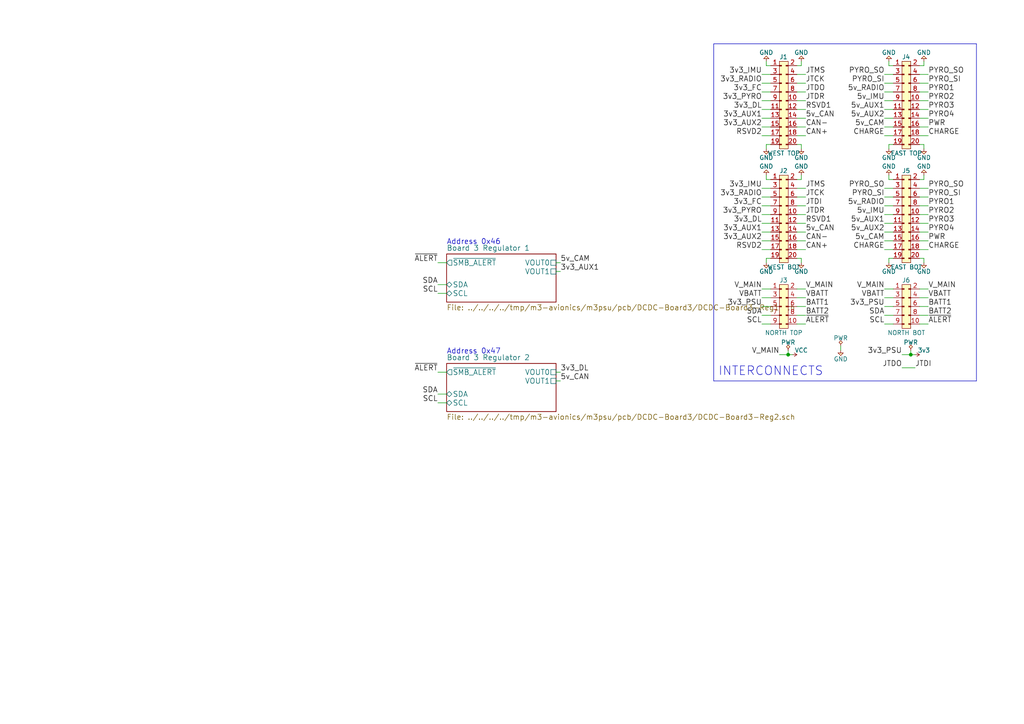
<source format=kicad_sch>
(kicad_sch (version 20230121) (generator eeschema)
  (paper "A4")
  (title_block (title "M3PSU - DC/DC Converter Board 3") (date "2016-06-28") (rev "1") (company "CU Spaceflight") (comment 1 "Drawn by: Levin Tan, Jamie Wood"))
  (lib_symbols
    (symbol "DCDC-Board3-rescue:3v3" (power) (pin_numbers hide) (pin_names (offset 1.016) hide)
      (property "Value" "3v3" (at 0 2.286 0))
      (symbol "3v3_0_1"
        (polyline (pts (xy 0 1.27) (xy 0.508 0.508)))
        (polyline (pts (xy 0 0) (xy 0 1.27) (xy -0.508 0.508)))
      )
      (symbol "3v3_1_1"
        (pin power_in line (at 0 0 180) (length 0) hide (name "3v3") (number "1"))
      )
    )
    (symbol "DCDC-Board3-rescue:CONN_02x05" (pin_names (offset 0.0254) hide)
      (property "Reference" "J" (at -2.54 2.54 0))
      (property "Value" "CONN_02x05" (at -2.54 -12.7 0))
      (symbol "CONN_02x05_0_1"
        (rectangle (start -2.54 -10.033) (end -1.905 -10.287) (fill (type outline)))
        (rectangle (start -2.54 -7.493) (end -1.905 -7.747) (fill (type outline)))
        (rectangle (start -2.54 -4.953) (end -1.905 -5.207) (fill (type outline)))
        (rectangle (start -2.54 -2.413) (end -1.905 -2.667) (fill (type outline)))
        (rectangle (start -2.54 0.127) (end -1.905 -0.127) (fill (type outline)))
        (rectangle (start 0 -10.033) (end -0.635 -10.287) (fill (type outline)))
        (rectangle (start 0 -7.493) (end -0.635 -7.747) (fill (type outline)))
        (rectangle (start 0 -4.953) (end -0.635 -5.207) (fill (type outline)))
        (rectangle (start 0 -2.413) (end -0.635 -2.667) (fill (type outline)))
        (rectangle (start 0 0.127) (end -0.635 -0.127) (fill (type outline)))
        (rectangle (start 0 1.27) (end -2.54 -11.43) (fill (type background)))
      )
      (symbol "CONN_02x05_1_1"
        (pin passive line (at -5.08 0 0) (length 2.54) (name "1") (number "1"))
        (pin passive line (at 2.54 -10.16 180) (length 2.54) (name "10") (number "10"))
        (pin passive line (at 2.54 0 180) (length 2.54) (name "2") (number "2"))
        (pin passive line (at -5.08 -2.54 0) (length 2.54) (name "3") (number "3"))
        (pin passive line (at 2.54 -2.54 180) (length 2.54) (name "4") (number "4"))
        (pin passive line (at -5.08 -5.08 0) (length 2.54) (name "5") (number "5"))
        (pin passive line (at 2.54 -5.08 180) (length 2.54) (name "6") (number "6"))
        (pin passive line (at -5.08 -7.62 0) (length 2.54) (name "7") (number "7"))
        (pin passive line (at 2.54 -7.62 180) (length 2.54) (name "8") (number "8"))
        (pin passive line (at -5.08 -10.16 0) (length 2.54) (name "9") (number "9"))
      )
    )
    (symbol "DCDC-Board3-rescue:CONN_02x10" (pin_names (offset 0.0254) hide)
      (property "Reference" "J" (at -2.54 2.54 0))
      (property "Value" "CONN_02x10" (at -2.54 -25.4 0))
      (symbol "CONN_02x10_0_1"
        (rectangle (start -2.54 -22.733) (end -1.905 -22.987) (fill (type outline)))
        (rectangle (start -2.54 -20.193) (end -1.905 -20.447) (fill (type outline)))
        (rectangle (start -2.54 -17.653) (end -1.905 -17.907) (fill (type outline)))
        (rectangle (start -2.54 -15.113) (end -1.905 -15.367) (fill (type outline)))
        (rectangle (start -2.54 -12.573) (end -1.905 -12.827) (fill (type outline)))
        (rectangle (start -2.54 -10.033) (end -1.905 -10.287) (fill (type outline)))
        (rectangle (start -2.54 -7.493) (end -1.905 -7.747) (fill (type outline)))
        (rectangle (start -2.54 -4.953) (end -1.905 -5.207) (fill (type outline)))
        (rectangle (start -2.54 -2.413) (end -1.905 -2.667) (fill (type outline)))
        (rectangle (start -2.54 0.127) (end -1.905 -0.127) (fill (type outline)))
        (rectangle (start 0 -22.733) (end -0.635 -22.987) (fill (type outline)))
        (rectangle (start 0 -20.193) (end -0.635 -20.447) (fill (type outline)))
        (rectangle (start 0 -17.653) (end -0.635 -17.907) (fill (type outline)))
        (rectangle (start 0 -15.113) (end -0.635 -15.367) (fill (type outline)))
        (rectangle (start 0 -12.573) (end -0.635 -12.827) (fill (type outline)))
        (rectangle (start 0 -10.033) (end -0.635 -10.287) (fill (type outline)))
        (rectangle (start 0 -7.493) (end -0.635 -7.747) (fill (type outline)))
        (rectangle (start 0 -4.953) (end -0.635 -5.207) (fill (type outline)))
        (rectangle (start 0 -2.413) (end -0.635 -2.667) (fill (type outline)))
        (rectangle (start 0 0.127) (end -0.635 -0.127) (fill (type outline)))
        (rectangle (start 0 1.27) (end -2.54 -24.13) (fill (type background)))
      )
      (symbol "CONN_02x10_1_1"
        (pin passive line (at -5.08 0 0) (length 2.54) (name "1") (number "1"))
        (pin passive line (at 2.54 -10.16 180) (length 2.54) (name "10") (number "10"))
        (pin passive line (at -5.08 -12.7 0) (length 2.54) (name "11") (number "11"))
        (pin passive line (at 2.54 -12.7 180) (length 2.54) (name "12") (number "12"))
        (pin passive line (at -5.08 -15.24 0) (length 2.54) (name "13") (number "13"))
        (pin passive line (at 2.54 -15.24 180) (length 2.54) (name "14") (number "14"))
        (pin passive line (at -5.08 -17.78 0) (length 2.54) (name "15") (number "15"))
        (pin passive line (at 2.54 -17.78 180) (length 2.54) (name "16") (number "16"))
        (pin passive line (at -5.08 -20.32 0) (length 2.54) (name "17") (number "17"))
        (pin passive line (at 2.54 -20.32 180) (length 2.54) (name "18") (number "18"))
        (pin passive line (at -5.08 -22.86 0) (length 2.54) (name "19") (number "19"))
        (pin passive line (at 2.54 0 180) (length 2.54) (name "2") (number "2"))
        (pin passive line (at 2.54 -22.86 180) (length 2.54) (name "20") (number "20"))
        (pin passive line (at -5.08 -2.54 0) (length 2.54) (name "3") (number "3"))
        (pin passive line (at 2.54 -2.54 180) (length 2.54) (name "4") (number "4"))
        (pin passive line (at -5.08 -5.08 0) (length 2.54) (name "5") (number "5"))
        (pin passive line (at 2.54 -5.08 180) (length 2.54) (name "6") (number "6"))
        (pin passive line (at -5.08 -7.62 0) (length 2.54) (name "7") (number "7"))
        (pin passive line (at 2.54 -7.62 180) (length 2.54) (name "8") (number "8"))
        (pin passive line (at -5.08 -10.16 0) (length 2.54) (name "9") (number "9"))
      )
    )
    (symbol "DCDC-Board3-rescue:GND" (power) (pin_numbers hide) (pin_names (offset 1.016) hide)
      (property "Value" "GND" (at 0 -2.54 0))
      (symbol "GND_0_1"
        (polyline (pts (xy 0 0) (xy 0 -0.762)))
        (polyline (pts (xy -0.762 -0.762) (xy 0.762 -0.762) (xy 0 -1.524) (xy -0.762 -0.762)) (fill (type background)))
      )
      (symbol "GND_1_1"
        (pin power_in line (at 0 0 180) (length 0) hide (name "GND") (number "1"))
      )
    )
    (symbol "DCDC-Board3-rescue:PWR" (power) (pin_numbers hide) (pin_names (offset 1.016) hide)
      (property "Value" "PWR" (at 0 2.286 0))
      (symbol "PWR_0_1"
        (polyline (pts (xy 0 0.508) (xy -0.508 1.016) (xy 0 1.524) (xy 0.508 1.016) (xy 0 0.508)) (fill (type background)))
      )
      (symbol "PWR_1_1"
        (pin power_out line (at 0 0 90) (length 0.508) (name "pwr") (number "1"))
      )
    )
    (symbol "DCDC-Board3-rescue:VCC" (power) (pin_numbers hide) (pin_names (offset 1.016) hide)
      (property "Value" "VCC" (at 0 2.286 0))
      (symbol "VCC_0_1"
        (polyline (pts (xy 0 1.27) (xy 0.508 0.508)))
        (polyline (pts (xy 0 0) (xy 0 1.27) (xy -0.508 0.508)))
      )
      (symbol "VCC_1_1"
        (pin power_in line (at 0 0 180) (length 0) hide (name "VCC") (number "1"))
      )
    )
  )
  (junction (at 228.6 102.87))
  (junction (at 264.16 102.87))
  (wire (pts (xy 259.08 86.36) (xy 256.54 86.36)))
  (wire (pts (xy 222.25 17.78) (xy 222.25 19.05)))
  (wire (pts (xy 228.6 101.6) (xy 228.6 102.87)))
  (wire (pts (xy 259.08 52.07) (xy 257.81 52.07)))
  (wire (pts (xy 257.81 52.07) (xy 257.81 50.8)))
  (wire (pts (xy 231.14 93.98) (xy 233.68 93.98)))
  (wire (pts (xy 259.08 69.85) (xy 256.54 69.85)))
  (wire (pts (xy 256.54 57.15) (xy 259.08 57.15)))
  (polyline (pts (xy 207.01 12.7) (xy 207.01 110.49)))
  (wire (pts (xy 256.54 72.39) (xy 259.08 72.39)))
  (wire (pts (xy 264.16 101.6) (xy 264.16 102.87)))
  (wire (pts (xy 269.24 24.13) (xy 266.7 24.13)))
  (wire (pts (xy 266.7 93.98) (xy 269.24 93.98)))
  (wire (pts (xy 223.52 86.36) (xy 220.98 86.36)))
  (wire (pts (xy 267.97 74.93) (xy 267.97 76.2)))
  (wire (pts (xy 231.14 62.23) (xy 233.68 62.23)))
  (wire (pts (xy 256.54 24.13) (xy 259.08 24.13)))
  (wire (pts (xy 129.54 116.84) (xy 127 116.84)))
  (wire (pts (xy 223.52 34.29) (xy 220.98 34.29)))
  (wire (pts (xy 127 114.3) (xy 129.54 114.3)))
  (wire (pts (xy 228.6 102.87) (xy 229.87 102.87)))
  (wire (pts (xy 231.14 31.75) (xy 233.68 31.75)))
  (wire (pts (xy 223.52 74.93) (xy 222.25 74.93)))
  (wire (pts (xy 161.29 76.2) (xy 162.56 76.2)))
  (wire (pts (xy 222.25 50.8) (xy 222.25 52.07)))
  (wire (pts (xy 259.08 41.91) (xy 257.81 41.91)))
  (wire (pts (xy 266.7 74.93) (xy 267.97 74.93)))
  (wire (pts (xy 223.52 83.82) (xy 220.98 83.82)))
  (wire (pts (xy 223.52 39.37) (xy 220.98 39.37)))
  (wire (pts (xy 259.08 93.98) (xy 256.54 93.98)))
  (wire (pts (xy 231.14 34.29) (xy 233.68 34.29)))
  (wire (pts (xy 129.54 76.2) (xy 127 76.2)))
  (wire (pts (xy 220.98 36.83) (xy 223.52 36.83)))
  (wire (pts (xy 223.52 64.77) (xy 220.98 64.77)))
  (wire (pts (xy 266.7 26.67) (xy 269.24 26.67)))
  (wire (pts (xy 223.52 72.39) (xy 220.98 72.39)))
  (wire (pts (xy 259.08 59.69) (xy 256.54 59.69)))
  (wire (pts (xy 223.52 57.15) (xy 220.98 57.15)))
  (wire (pts (xy 256.54 29.21) (xy 259.08 29.21)))
  (wire (pts (xy 127 82.55) (xy 129.54 82.55)))
  (wire (pts (xy 267.97 19.05) (xy 267.97 17.78)))
  (polyline (pts (xy 283.21 12.7) (xy 207.01 12.7)))
  (wire (pts (xy 266.7 83.82) (xy 269.24 83.82)))
  (wire (pts (xy 223.52 62.23) (xy 220.98 62.23)))
  (wire (pts (xy 231.14 83.82) (xy 233.68 83.82)))
  (wire (pts (xy 269.24 62.23) (xy 266.7 62.23)))
  (wire (pts (xy 226.06 102.87) (xy 228.6 102.87)))
  (wire (pts (xy 266.7 52.07) (xy 267.97 52.07)))
  (wire (pts (xy 259.08 88.9) (xy 256.54 88.9)))
  (wire (pts (xy 129.54 85.09) (xy 127 85.09)))
  (wire (pts (xy 267.97 41.91) (xy 267.97 43.18)))
  (wire (pts (xy 223.52 67.31) (xy 220.98 67.31)))
  (wire (pts (xy 222.25 74.93) (xy 222.25 76.2)))
  (wire (pts (xy 266.7 91.44) (xy 269.24 91.44)))
  (wire (pts (xy 259.08 91.44) (xy 256.54 91.44)))
  (wire (pts (xy 256.54 62.23) (xy 259.08 62.23)))
  (wire (pts (xy 222.25 41.91) (xy 222.25 43.18)))
  (wire (pts (xy 220.98 69.85) (xy 223.52 69.85)))
  (wire (pts (xy 223.52 21.59) (xy 220.98 21.59)))
  (wire (pts (xy 266.7 41.91) (xy 267.97 41.91)))
  (wire (pts (xy 223.52 88.9) (xy 220.98 88.9)))
  (wire (pts (xy 259.08 83.82) (xy 256.54 83.82)))
  (wire (pts (xy 231.14 52.07) (xy 232.41 52.07)))
  (wire (pts (xy 243.84 100.33) (xy 243.84 101.6)))
  (wire (pts (xy 223.52 93.98) (xy 220.98 93.98)))
  (wire (pts (xy 256.54 67.31) (xy 259.08 67.31)))
  (wire (pts (xy 223.52 24.13) (xy 220.98 24.13)))
  (wire (pts (xy 161.29 110.49) (xy 162.56 110.49)))
  (wire (pts (xy 231.14 72.39) (xy 233.68 72.39)))
  (wire (pts (xy 223.52 26.67) (xy 220.98 26.67)))
  (wire (pts (xy 232.41 74.93) (xy 232.41 76.2)))
  (wire (pts (xy 269.24 36.83) (xy 266.7 36.83)))
  (wire (pts (xy 231.14 67.31) (xy 233.68 67.31)))
  (wire (pts (xy 231.14 24.13) (xy 233.68 24.13)))
  (wire (pts (xy 231.14 29.21) (xy 233.68 29.21)))
  (wire (pts (xy 231.14 64.77) (xy 233.68 64.77)))
  (wire (pts (xy 231.14 59.69) (xy 233.68 59.69)))
  (wire (pts (xy 266.7 86.36) (xy 269.24 86.36)))
  (wire (pts (xy 161.29 78.74) (xy 162.56 78.74)))
  (wire (pts (xy 269.24 57.15) (xy 266.7 57.15)))
  (wire (pts (xy 231.14 57.15) (xy 233.68 57.15)))
  (wire (pts (xy 261.62 102.87) (xy 264.16 102.87)))
  (wire (pts (xy 223.52 29.21) (xy 220.98 29.21)))
  (wire (pts (xy 223.52 59.69) (xy 220.98 59.69)))
  (wire (pts (xy 231.14 26.67) (xy 233.68 26.67)))
  (wire (pts (xy 223.52 91.44) (xy 220.98 91.44)))
  (wire (pts (xy 231.14 74.93) (xy 232.41 74.93)))
  (wire (pts (xy 259.08 21.59) (xy 256.54 21.59)))
  (wire (pts (xy 223.52 31.75) (xy 220.98 31.75)))
  (wire (pts (xy 259.08 31.75) (xy 256.54 31.75)))
  (wire (pts (xy 256.54 34.29) (xy 259.08 34.29)))
  (polyline (pts (xy 207.01 110.49) (xy 283.21 110.49)))
  (wire (pts (xy 266.7 34.29) (xy 269.24 34.29)))
  (wire (pts (xy 266.7 67.31) (xy 269.24 67.31)))
  (polyline (pts (xy 283.21 110.49) (xy 283.21 12.7)))
  (wire (pts (xy 231.14 19.05) (xy 232.41 19.05)))
  (wire (pts (xy 259.08 36.83) (xy 256.54 36.83)))
  (wire (pts (xy 267.97 52.07) (xy 267.97 50.8)))
  (wire (pts (xy 259.08 64.77) (xy 256.54 64.77)))
  (wire (pts (xy 161.29 107.95) (xy 162.56 107.95)))
  (wire (pts (xy 231.14 39.37) (xy 233.68 39.37)))
  (wire (pts (xy 259.08 74.93) (xy 257.81 74.93)))
  (wire (pts (xy 266.7 39.37) (xy 269.24 39.37)))
  (wire (pts (xy 231.14 86.36) (xy 233.68 86.36)))
  (wire (pts (xy 231.14 36.83) (xy 233.68 36.83)))
  (wire (pts (xy 257.81 74.93) (xy 257.81 76.2)))
  (wire (pts (xy 266.7 64.77) (xy 269.24 64.77)))
  (wire (pts (xy 266.7 54.61) (xy 269.24 54.61)))
  (wire (pts (xy 231.14 41.91) (xy 232.41 41.91)))
  (wire (pts (xy 257.81 41.91) (xy 257.81 43.18)))
  (wire (pts (xy 231.14 21.59) (xy 233.68 21.59)))
  (wire (pts (xy 266.7 31.75) (xy 269.24 31.75)))
  (wire (pts (xy 259.08 54.61) (xy 256.54 54.61)))
  (wire (pts (xy 129.54 107.95) (xy 127 107.95)))
  (wire (pts (xy 231.14 91.44) (xy 233.68 91.44)))
  (wire (pts (xy 266.7 88.9) (xy 269.24 88.9)))
  (wire (pts (xy 266.7 19.05) (xy 267.97 19.05)))
  (wire (pts (xy 232.41 19.05) (xy 232.41 17.78)))
  (wire (pts (xy 266.7 59.69) (xy 269.24 59.69)))
  (wire (pts (xy 232.41 52.07) (xy 232.41 50.8)))
  (wire (pts (xy 232.41 41.91) (xy 232.41 43.18)))
  (wire (pts (xy 269.24 69.85) (xy 266.7 69.85)))
  (wire (pts (xy 269.24 29.21) (xy 266.7 29.21)))
  (wire (pts (xy 266.7 21.59) (xy 269.24 21.59)))
  (wire (pts (xy 256.54 39.37) (xy 259.08 39.37)))
  (wire (pts (xy 257.81 19.05) (xy 257.81 17.78)))
  (wire (pts (xy 266.7 72.39) (xy 269.24 72.39)))
  (wire (pts (xy 223.52 54.61) (xy 220.98 54.61)))
  (wire (pts (xy 222.25 52.07) (xy 223.52 52.07)))
  (wire (pts (xy 261.62 106.68) (xy 265.43 106.68)))
  (wire (pts (xy 222.25 19.05) (xy 223.52 19.05)))
  (wire (pts (xy 264.16 102.87) (xy 265.43 102.87)))
  (wire (pts (xy 231.14 88.9) (xy 233.68 88.9)))
  (wire (pts (xy 231.14 54.61) (xy 233.68 54.61)))
  (wire (pts (xy 231.14 69.85) (xy 233.68 69.85)))
  (wire (pts (xy 223.52 41.91) (xy 222.25 41.91)))
  (wire (pts (xy 259.08 26.67) (xy 256.54 26.67)))
  (wire (pts (xy 259.08 19.05) (xy 257.81 19.05)))
  (text "Address 0x46" (at 129.54 71.12 0) (effects (font (size 1.524 1.524)) (justify left bottom)))
  (text "Address 0x47" (at 129.54 102.87 0) (effects (font (size 1.524 1.524)) (justify left bottom)))
  (text "INTERCONNECTS" (at 208.28 109.22 0) (effects (font (size 2.54 2.54)) (justify left bottom)))
  (label "~{ALERT}" (at 269.24 93.98 0) (effects (font (size 1.524 1.524))))
  (label "~{ALERT}" (at 127 76.2 180) (effects (font (size 1.524 1.524))))
  (label "5v_AUX1" (at 256.54 31.75 180) (effects (font (size 1.524 1.524))))
  (label "5v_AUX1" (at 256.54 64.77 180) (effects (font (size 1.524 1.524))))
  (label "SDA" (at 127 82.55 180) (effects (font (size 1.524 1.524))))
  (label "CAN-" (at 233.68 69.85 0) (effects (font (size 1.524 1.524))))
  (label "PYRO_SI" (at 269.24 24.13 0) (effects (font (size 1.524 1.524))))
  (label "3v3_PYRO" (at 220.98 62.23 180) (effects (font (size 1.524 1.524))))
  (label "3v3_DL" (at 220.98 64.77 180) (effects (font (size 1.524 1.524))))
  (label "5v_CAN" (at 162.56 110.49 0) (effects (font (size 1.524 1.524))))
  (label "V_MAIN" (at 226.06 102.87 180) (effects (font (size 1.524 1.524))))
  (label "5v_RADIO" (at 256.54 59.69 180) (effects (font (size 1.524 1.524))))
  (label "3v3_RADIO" (at 220.98 57.15 180) (effects (font (size 1.524 1.524))))
  (label "PYRO1" (at 269.24 59.69 0) (effects (font (size 1.524 1.524))))
  (label "VBATT" (at 256.54 86.36 180) (effects (font (size 1.524 1.524))))
  (label "BATT2" (at 233.68 91.44 0) (effects (font (size 1.524 1.524))))
  (label "PYRO_SI" (at 256.54 24.13 180) (effects (font (size 1.524 1.524))))
  (label "CAN+" (at 233.68 72.39 0) (effects (font (size 1.524 1.524))))
  (label "PYRO_SO" (at 256.54 54.61 180) (effects (font (size 1.524 1.524))))
  (label "3v3_DL" (at 220.98 31.75 180) (effects (font (size 1.524 1.524))))
  (label "V_MAIN" (at 233.68 83.82 0) (effects (font (size 1.524 1.524))))
  (label "PYRO2" (at 269.24 29.21 0) (effects (font (size 1.524 1.524))))
  (label "RSVD2" (at 220.98 39.37 180) (effects (font (size 1.524 1.524))))
  (label "PYRO2" (at 269.24 62.23 0) (effects (font (size 1.524 1.524))))
  (label "JTMS" (at 233.68 54.61 0) (effects (font (size 1.524 1.524))))
  (label "SDA" (at 220.98 91.44 180) (effects (font (size 1.524 1.524))))
  (label "5v_CAM" (at 162.56 76.2 0) (effects (font (size 1.524 1.524))))
  (label "PYRO4" (at 269.24 67.31 0) (effects (font (size 1.524 1.524))))
  (label "3v3_AUX2" (at 220.98 36.83 180) (effects (font (size 1.524 1.524))))
  (label "PYRO1" (at 269.24 26.67 0) (effects (font (size 1.524 1.524))))
  (label "SDA" (at 256.54 91.44 180) (effects (font (size 1.524 1.524))))
  (label "JTDI" (at 233.68 59.69 0) (effects (font (size 1.524 1.524))))
  (label "PYRO_SI" (at 269.24 57.15 0) (effects (font (size 1.524 1.524))))
  (label "5v_CAM" (at 256.54 69.85 180) (effects (font (size 1.524 1.524))))
  (label "3v3_AUX1" (at 220.98 67.31 180) (effects (font (size 1.524 1.524))))
  (label "~{ALERT}" (at 127 107.95 180) (effects (font (size 1.524 1.524))))
  (label "5v_IMU" (at 256.54 62.23 180) (effects (font (size 1.524 1.524))))
  (label "5v_CAN" (at 233.68 67.31 0) (effects (font (size 1.524 1.524))))
  (label "SCL" (at 127 85.09 180) (effects (font (size 1.524 1.524))))
  (label "JTDR" (at 233.68 29.21 0) (effects (font (size 1.524 1.524))))
  (label "3v3_AUX1" (at 220.98 34.29 180) (effects (font (size 1.524 1.524))))
  (label "JTDR" (at 233.68 62.23 0) (effects (font (size 1.524 1.524))))
  (label "SDA" (at 127 114.3 180) (effects (font (size 1.524 1.524))))
  (label "3v3_DL" (at 162.56 107.95 0) (effects (font (size 1.524 1.524))))
  (label "V_MAIN" (at 256.54 83.82 180) (effects (font (size 1.524 1.524))))
  (label "3v3_AUX1" (at 162.56 78.74 0) (effects (font (size 1.524 1.524))))
  (label "VBATT" (at 233.68 86.36 0) (effects (font (size 1.524 1.524))))
  (label "JTDO" (at 233.68 26.67 0) (effects (font (size 1.524 1.524))))
  (label "JTMS" (at 233.68 21.59 0) (effects (font (size 1.524 1.524))))
  (label "CHARGE" (at 256.54 72.39 180) (effects (font (size 1.524 1.524))))
  (label "PWR" (at 269.24 69.85 0) (effects (font (size 1.524 1.524))))
  (label "PYRO_SO" (at 269.24 54.61 0) (effects (font (size 1.524 1.524))))
  (label "5v_AUX2" (at 256.54 34.29 180) (effects (font (size 1.524 1.524))))
  (label "3v3_AUX2" (at 220.98 69.85 180) (effects (font (size 1.524 1.524))))
  (label "5v_CAN" (at 233.68 34.29 0) (effects (font (size 1.524 1.524))))
  (label "CAN+" (at 233.68 39.37 0) (effects (font (size 1.524 1.524))))
  (label "BATT1" (at 269.24 88.9 0) (effects (font (size 1.524 1.524))))
  (label "JTDO" (at 261.62 106.68 180) (effects (font (size 1.524 1.524))))
  (label "3v3_IMU" (at 220.98 21.59 180) (effects (font (size 1.524 1.524))))
  (label "CHARGE" (at 269.24 39.37 0) (effects (font (size 1.524 1.524))))
  (label "SCL" (at 127 116.84 180) (effects (font (size 1.524 1.524))))
  (label "JTCK" (at 233.68 24.13 0) (effects (font (size 1.524 1.524))))
  (label "3v3_IMU" (at 220.98 54.61 180) (effects (font (size 1.524 1.524))))
  (label "PYRO4" (at 269.24 34.29 0) (effects (font (size 1.524 1.524))))
  (label "3v3_PSU" (at 220.98 88.9 180) (effects (font (size 1.524 1.524))))
  (label "BATT2" (at 269.24 91.44 0) (effects (font (size 1.524 1.524))))
  (label "3v3_RADIO" (at 220.98 24.13 180) (effects (font (size 1.524 1.524))))
  (label "RSVD1" (at 233.68 31.75 0) (effects (font (size 1.524 1.524))))
  (label "RSVD1" (at 233.68 64.77 0) (effects (font (size 1.524 1.524))))
  (label "SCL" (at 256.54 93.98 180) (effects (font (size 1.524 1.524))))
  (label "JTDI" (at 265.43 106.68 0) (effects (font (size 1.524 1.524))))
  (label "3v3_PSU" (at 261.62 102.87 180) (effects (font (size 1.524 1.524))))
  (label "CHARGE" (at 256.54 39.37 180) (effects (font (size 1.524 1.524))))
  (label "PYRO3" (at 269.24 64.77 0) (effects (font (size 1.524 1.524))))
  (label "VBATT" (at 220.98 86.36 180) (effects (font (size 1.524 1.524))))
  (label "5v_AUX2" (at 256.54 67.31 180) (effects (font (size 1.524 1.524))))
  (label "PYRO3" (at 269.24 31.75 0) (effects (font (size 1.524 1.524))))
  (label "PYRO_SO" (at 269.24 21.59 0) (effects (font (size 1.524 1.524))))
  (label "VBATT" (at 269.24 86.36 0) (effects (font (size 1.524 1.524))))
  (label "~{ALERT}" (at 233.68 93.98 0) (effects (font (size 1.524 1.524))))
  (label "3v3_PYRO" (at 220.98 29.21 180) (effects (font (size 1.524 1.524))))
  (label "5v_IMU" (at 256.54 29.21 180) (effects (font (size 1.524 1.524))))
  (label "RSVD2" (at 220.98 72.39 180) (effects (font (size 1.524 1.524))))
  (label "5v_CAM" (at 256.54 36.83 180) (effects (font (size 1.524 1.524))))
  (label "V_MAIN" (at 220.98 83.82 180) (effects (font (size 1.524 1.524))))
  (label "3v3_FC" (at 220.98 59.69 180) (effects (font (size 1.524 1.524))))
  (label "PYRO_SO" (at 256.54 21.59 180) (effects (font (size 1.524 1.524))))
  (label "CHARGE" (at 269.24 72.39 0) (effects (font (size 1.524 1.524))))
  (label "BATT1" (at 233.68 88.9 0) (effects (font (size 1.524 1.524))))
  (label "3v3_FC" (at 220.98 26.67 180) (effects (font (size 1.524 1.524))))
  (label "PYRO_SI" (at 256.54 57.15 180) (effects (font (size 1.524 1.524))))
  (label "5v_RADIO" (at 256.54 26.67 180) (effects (font (size 1.524 1.524))))
  (label "V_MAIN" (at 269.24 83.82 0) (effects (font (size 1.524 1.524))))
  (label "JTCK" (at 233.68 57.15 0) (effects (font (size 1.524 1.524))))
  (label "SCL" (at 220.98 93.98 180) (effects (font (size 1.524 1.524))))
  (label "CAN-" (at 233.68 36.83 0) (effects (font (size 1.524 1.524))))
  (label "3v3_PSU" (at 256.54 88.9 180) (effects (font (size 1.524 1.524))))
  (label "PWR" (at 269.24 36.83 0) (effects (font (size 1.524 1.524))))
  (symbol (lib_id "DCDC-Board3-rescue:GND") (at 232.41 43.18 0) (unit 1)
    (property "Reference" "#PWR01" (effects hide))
    (property "Value" "GND" (at 232.41 45.72 0))
  )
  (symbol (lib_id "DCDC-Board3-rescue:GND") (at 222.25 43.18 0) (unit 1)
    (property "Reference" "#PWR02" (effects hide))
    (property "Value" "GND" (at 222.25 45.72 0))
  )
  (symbol (lib_id "DCDC-Board3-rescue:GND") (at 222.25 17.78 180) (unit 1)
    (property "Reference" "#PWR03" (effects hide))
    (property "Value" "GND" (at 222.25 15.24 0))
  )
  (symbol (lib_id "DCDC-Board3-rescue:GND") (at 232.41 17.78 180) (unit 1)
    (property "Reference" "#PWR04" (effects hide))
    (property "Value" "GND" (at 232.41 15.24 0))
  )
  (symbol (lib_id "DCDC-Board3-rescue:GND") (at 257.81 43.18 0) (unit 1)
    (property "Reference" "#PWR05" (effects hide))
    (property "Value" "GND" (at 257.81 45.72 0))
  )
  (symbol (lib_id "DCDC-Board3-rescue:GND") (at 267.97 43.18 0) (unit 1)
    (property "Reference" "#PWR06" (effects hide))
    (property "Value" "GND" (at 267.97 45.72 0))
  )
  (symbol (lib_id "DCDC-Board3-rescue:GND") (at 257.81 17.78 180) (unit 1)
    (property "Reference" "#PWR07" (effects hide))
    (property "Value" "GND" (at 257.81 15.24 0))
  )
  (symbol (lib_id "DCDC-Board3-rescue:GND") (at 267.97 17.78 180) (unit 1)
    (property "Reference" "#PWR08" (effects hide))
    (property "Value" "GND" (at 267.97 15.24 0))
  )
  (symbol (lib_id "DCDC-Board3-rescue:GND") (at 232.41 76.2 0) (unit 1)
    (property "Reference" "#PWR09" (effects hide))
    (property "Value" "GND" (at 232.41 78.74 0))
  )
  (symbol (lib_id "DCDC-Board3-rescue:GND") (at 222.25 76.2 0) (unit 1)
    (property "Reference" "#PWR010" (effects hide))
    (property "Value" "GND" (at 222.25 78.74 0))
  )
  (symbol (lib_id "DCDC-Board3-rescue:GND") (at 222.25 50.8 180) (unit 1)
    (property "Reference" "#PWR011" (effects hide))
    (property "Value" "GND" (at 222.25 48.26 0))
  )
  (symbol (lib_id "DCDC-Board3-rescue:GND") (at 232.41 50.8 180) (unit 1)
    (property "Reference" "#PWR012" (effects hide))
    (property "Value" "GND" (at 232.41 48.26 0))
  )
  (symbol (lib_id "DCDC-Board3-rescue:GND") (at 257.81 76.2 0) (unit 1)
    (property "Reference" "#PWR013" (effects hide))
    (property "Value" "GND" (at 257.81 78.74 0))
  )
  (symbol (lib_id "DCDC-Board3-rescue:GND") (at 267.97 76.2 0) (unit 1)
    (property "Reference" "#PWR014" (effects hide))
    (property "Value" "GND" (at 267.97 78.74 0))
  )
  (symbol (lib_id "DCDC-Board3-rescue:GND") (at 257.81 50.8 180) (unit 1)
    (property "Reference" "#PWR015" (effects hide))
    (property "Value" "GND" (at 257.81 48.26 0))
  )
  (symbol (lib_id "DCDC-Board3-rescue:GND") (at 267.97 50.8 180) (unit 1)
    (property "Reference" "#PWR016" (effects hide))
    (property "Value" "GND" (at 267.97 48.26 0))
  )
  (symbol (lib_id "DCDC-Board3-rescue:GND") (at 243.84 101.6 0) (unit 1)
    (property "Reference" "#PWR017" (effects hide))
    (property "Value" "GND" (at 243.84 104.14 0))
  )
  (symbol (lib_id "DCDC-Board3-rescue:PWR") (at 243.84 100.33 0) (unit 1)
    (property "Reference" "#FLG018" (effects hide))
    (property "Value" "PWR" (at 243.84 98.044 0))
  )
  (symbol (lib_id "DCDC-Board3-rescue:CONN_02x10") (at 228.6 19.05 0) (unit 1)
    (property "Reference" "J1" (at 226.06 16.51 0) (effects (justify left)))
    (property "Value" "WEST TOP" (at 227.33 44.45 0))
    (property "Footprint" "agg:TFML-110-02-L-D" (effects hide))
    (property "Samtec" "TFML-110-02-L-D" (effects hide))
  )
  (symbol (lib_id "DCDC-Board3-rescue:CONN_02x10") (at 264.16 19.05 0) (unit 1)
    (property "Reference" "J4" (at 261.62 16.51 0) (effects (justify left)))
    (property "Value" "EAST TOP" (at 262.89 44.45 0))
    (property "Footprint" "agg:TFML-110-02-L-D" (effects hide))
    (property "Samtec" "TFML-110-02-L-D" (effects hide))
  )
  (symbol (lib_id "DCDC-Board3-rescue:CONN_02x10") (at 228.6 52.07 0) (unit 1)
    (property "Reference" "J2" (at 226.06 49.53 0) (effects (justify left)))
    (property "Value" "WEST BOT" (at 227.33 77.47 0))
    (property "Footprint" "agg:SFML-110-02-L-D-LC" (effects hide))
    (property "Samtec" "SFML-110-02-L-D-LC" (effects hide))
  )
  (symbol (lib_id "DCDC-Board3-rescue:CONN_02x10") (at 264.16 52.07 0) (unit 1)
    (property "Reference" "J5" (at 261.62 49.53 0) (effects (justify left)))
    (property "Value" "EAST BOT" (at 262.89 77.47 0))
    (property "Footprint" "agg:SFML-110-02-L-D-LC" (effects hide))
    (property "Samtec" "SFML-110-02-L-D-LC" (effects hide))
  )
  (symbol (lib_id "DCDC-Board3-rescue:CONN_02x05") (at 228.6 83.82 0) (unit 1)
    (property "Reference" "J3" (at 226.06 81.28 0) (effects (justify left)))
    (property "Value" "NORTH TOP" (at 227.33 96.52 0))
    (property "Footprint" "agg:TFML-105-02-L-D" (effects hide))
  )
  (symbol (lib_id "DCDC-Board3-rescue:CONN_02x05") (at 264.16 83.82 0) (unit 1)
    (property "Reference" "J6" (at 261.62 81.28 0) (effects (justify left)))
    (property "Value" "NORTH BOT" (at 262.89 96.52 0))
    (property "Footprint" "agg:SFML-105-02-L-D-LC" (effects hide))
  )
  (symbol (lib_id "DCDC-Board3-rescue:VCC") (at 229.87 102.87 270) (unit 1)
    (property "Reference" "#PWR019" (effects hide))
    (property "Value" "VCC" (at 232.41 101.6 90))
  )
  (symbol (lib_id "DCDC-Board3-rescue:3v3") (at 265.43 102.87 270) (unit 1)
    (property "Reference" "#PWR020" (effects hide))
    (property "Value" "3v3" (at 267.97 101.6 90))
  )
  (symbol (lib_id "DCDC-Board3-rescue:PWR") (at 228.6 101.6 0) (unit 1)
    (property "Reference" "#FLG021" (effects hide))
    (property "Value" "PWR" (at 228.6 99.314 0))
  )
  (symbol (lib_id "DCDC-Board3-rescue:PWR") (at 264.16 101.6 0) (unit 1)
    (property "Reference" "#FLG022" (effects hide))
    (property "Value" "PWR" (at 264.16 99.314 0))
  )
  (sheet (at 129.54 73.66) (size 31.75 13.97)
    (property "Sheetname" "Board 3 Regulator 1" (at 129.54 72.8214 0) (effects (font (size 1.524 1.524)) (justify left bottom)))
    (property "Sheetfile" "../../../../tmp/m3-avionics/m3psu/pcb/DCDC-Board3/DCDC-Board3-Reg1.sch" (at 129.54 88.3162 0) (effects (font (size 1.524 1.524)) (justify left top)))
    (pin "SDA" bidirectional (at 129.54 82.55 180) (effects (font (size 1.524 1.524))))
    (pin "SCL" bidirectional (at 129.54 85.09 180) (effects (font (size 1.524 1.524))))
    (pin "VOUT1" passive (at 161.29 78.74 0) (effects (font (size 1.524 1.524))))
    (pin "VOUT0" passive (at 161.29 76.2 0) (effects (font (size 1.524 1.524))))
    (pin "~{SMB_ALERT}" output (at 129.54 76.2 180) (effects (font (size 1.524 1.524))))
  )
  (sheet (at 129.54 105.41) (size 31.75 13.97)
    (property "Sheetname" "Board 3 Regulator 2" (at 129.54 104.5714 0) (effects (font (size 1.524 1.524)) (justify left bottom)))
    (property "Sheetfile" "../../../../tmp/m3-avionics/m3psu/pcb/DCDC-Board3/DCDC-Board3-Reg2.sch" (at 129.54 120.0662 0) (effects (font (size 1.524 1.524)) (justify left top)))
    (pin "SDA" bidirectional (at 129.54 114.3 180) (effects (font (size 1.524 1.524))))
    (pin "SCL" bidirectional (at 129.54 116.84 180) (effects (font (size 1.524 1.524))))
    (pin "VOUT1" passive (at 161.29 110.49 0) (effects (font (size 1.524 1.524))))
    (pin "VOUT0" passive (at 161.29 107.95 0) (effects (font (size 1.524 1.524))))
    (pin "~{SMB_ALERT}" output (at 129.54 107.95 180) (effects (font (size 1.524 1.524))))
  )
)
</source>
